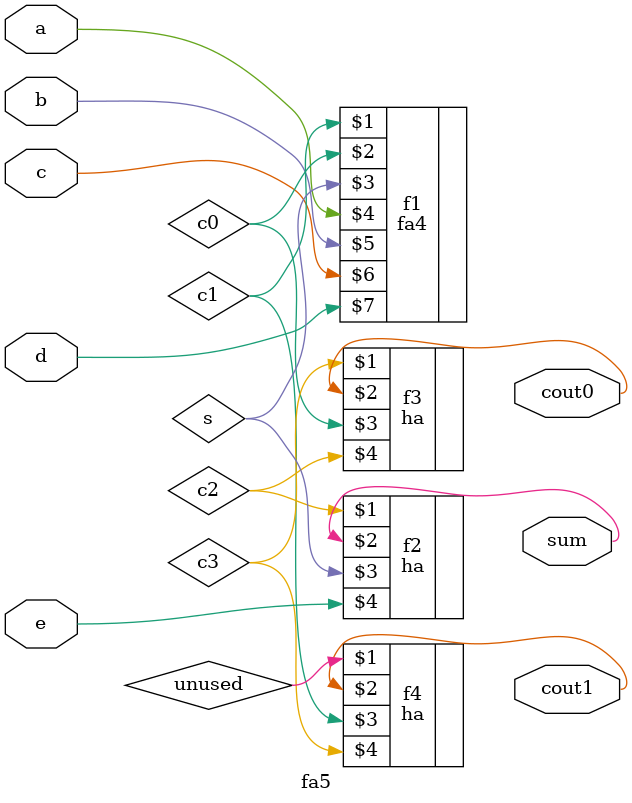
<source format=v>
module fa5(cout1,cout0,sum,a,b,c,d,e);
input a,b,c,d,e;
output sum,cout1,cout0;
fa4 f1(c1,c0,s,a,b,c,d);
ha f2(c2,sum,s,e);
ha f3(c3,cout0,c0,c2);
ha f4(unused,cout1,c1,c3);

endmodule

</source>
